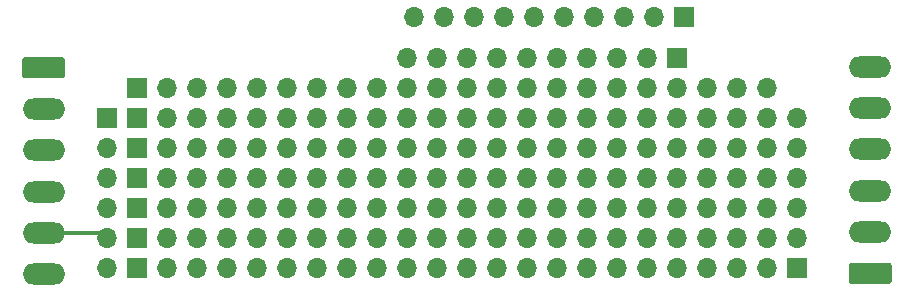
<source format=gbr>
G04 #@! TF.GenerationSoftware,KiCad,Pcbnew,(5.1.4)-1*
G04 #@! TF.CreationDate,2023-01-31T17:13:37+01:00*
G04 #@! TF.ProjectId,REG1-App-Universal,52454731-2d41-4707-902d-556e69766572,V00.10*
G04 #@! TF.SameCoordinates,Original*
G04 #@! TF.FileFunction,Copper,L2,Bot*
G04 #@! TF.FilePolarity,Positive*
%FSLAX46Y46*%
G04 Gerber Fmt 4.6, Leading zero omitted, Abs format (unit mm)*
G04 Created by KiCad (PCBNEW (5.1.4)-1) date 2023-01-31 17:13:37*
%MOMM*%
%LPD*%
G04 APERTURE LIST*
%ADD10O,1.700000X1.700000*%
%ADD11R,1.700000X1.700000*%
%ADD12O,3.600000X1.800000*%
%ADD13C,0.100000*%
%ADD14C,1.800000*%
%ADD15C,0.300000*%
G04 APERTURE END LIST*
D10*
X137780000Y-115560000D03*
X135240000Y-115560000D03*
X132700000Y-115560000D03*
X130160000Y-115560000D03*
X127620000Y-115560000D03*
X125080000Y-115560000D03*
X122540000Y-115560000D03*
X120000000Y-115560000D03*
X117460000Y-115560000D03*
X114920000Y-115560000D03*
X112380000Y-115560000D03*
X109840000Y-115560000D03*
X107300000Y-115560000D03*
X104760000Y-115560000D03*
X102220000Y-115560000D03*
X99680000Y-115560000D03*
X97140000Y-115560000D03*
X94600000Y-115560000D03*
X92060000Y-115560000D03*
X89520000Y-115560000D03*
X86980000Y-115560000D03*
D11*
X84440000Y-115560000D03*
D10*
X107300000Y-97780000D03*
X109840000Y-97780000D03*
X112380000Y-97780000D03*
X114920000Y-97780000D03*
X117460000Y-97780000D03*
X120000000Y-97780000D03*
X122540000Y-97780000D03*
X125080000Y-97780000D03*
X127620000Y-97780000D03*
D11*
X130160000Y-97780000D03*
D10*
X107900000Y-94300000D03*
X110440000Y-94300000D03*
X112980000Y-94300000D03*
X115520000Y-94300000D03*
X118060000Y-94300000D03*
X120600000Y-94300000D03*
X123140000Y-94300000D03*
X125680000Y-94300000D03*
X128220000Y-94300000D03*
D11*
X130760000Y-94300000D03*
D10*
X137780000Y-100320000D03*
X135240000Y-100320000D03*
X132700000Y-100320000D03*
X130160000Y-100320000D03*
X127620000Y-100320000D03*
X125080000Y-100320000D03*
X122540000Y-100320000D03*
X120000000Y-100320000D03*
X117460000Y-100320000D03*
X114920000Y-100320000D03*
X112380000Y-100320000D03*
X109840000Y-100320000D03*
X107300000Y-100320000D03*
X104760000Y-100320000D03*
X102220000Y-100320000D03*
X99680000Y-100320000D03*
X97140000Y-100320000D03*
X94600000Y-100320000D03*
X92060000Y-100320000D03*
X89520000Y-100320000D03*
X86980000Y-100320000D03*
D11*
X84440000Y-100320000D03*
D10*
X137780000Y-102860000D03*
X135240000Y-102860000D03*
X132700000Y-102860000D03*
X130160000Y-102860000D03*
X127620000Y-102860000D03*
X125080000Y-102860000D03*
X122540000Y-102860000D03*
X120000000Y-102860000D03*
X117460000Y-102860000D03*
X114920000Y-102860000D03*
X112380000Y-102860000D03*
X109840000Y-102860000D03*
X107300000Y-102860000D03*
X104760000Y-102860000D03*
X102220000Y-102860000D03*
X99680000Y-102860000D03*
X97140000Y-102860000D03*
X94600000Y-102860000D03*
X92060000Y-102860000D03*
X89520000Y-102860000D03*
X86980000Y-102860000D03*
D11*
X84440000Y-102860000D03*
D10*
X137780000Y-105400000D03*
X135240000Y-105400000D03*
X132700000Y-105400000D03*
X130160000Y-105400000D03*
X127620000Y-105400000D03*
X125080000Y-105400000D03*
X122540000Y-105400000D03*
X120000000Y-105400000D03*
X117460000Y-105400000D03*
X114920000Y-105400000D03*
X112380000Y-105400000D03*
X109840000Y-105400000D03*
X107300000Y-105400000D03*
X104760000Y-105400000D03*
X102220000Y-105400000D03*
X99680000Y-105400000D03*
X97140000Y-105400000D03*
X94600000Y-105400000D03*
X92060000Y-105400000D03*
X89520000Y-105400000D03*
X86980000Y-105400000D03*
D11*
X84440000Y-105400000D03*
D10*
X137780000Y-107940000D03*
X135240000Y-107940000D03*
X132700000Y-107940000D03*
X130160000Y-107940000D03*
X127620000Y-107940000D03*
X125080000Y-107940000D03*
X122540000Y-107940000D03*
X120000000Y-107940000D03*
X117460000Y-107940000D03*
X114920000Y-107940000D03*
X112380000Y-107940000D03*
X109840000Y-107940000D03*
X107300000Y-107940000D03*
X104760000Y-107940000D03*
X102220000Y-107940000D03*
X99680000Y-107940000D03*
X97140000Y-107940000D03*
X94600000Y-107940000D03*
X92060000Y-107940000D03*
X89520000Y-107940000D03*
X86980000Y-107940000D03*
D11*
X84440000Y-107940000D03*
D10*
X137780000Y-110480000D03*
X135240000Y-110480000D03*
X132700000Y-110480000D03*
X130160000Y-110480000D03*
X127620000Y-110480000D03*
X125080000Y-110480000D03*
X122540000Y-110480000D03*
X120000000Y-110480000D03*
X117460000Y-110480000D03*
X114920000Y-110480000D03*
X112380000Y-110480000D03*
X109840000Y-110480000D03*
X107300000Y-110480000D03*
X104760000Y-110480000D03*
X102220000Y-110480000D03*
X99680000Y-110480000D03*
X97140000Y-110480000D03*
X94600000Y-110480000D03*
X92060000Y-110480000D03*
X89520000Y-110480000D03*
X86980000Y-110480000D03*
D11*
X84440000Y-110480000D03*
D10*
X137780000Y-113020000D03*
X135240000Y-113020000D03*
X132700000Y-113020000D03*
X130160000Y-113020000D03*
X127620000Y-113020000D03*
X125080000Y-113020000D03*
X122540000Y-113020000D03*
X120000000Y-113020000D03*
X117460000Y-113020000D03*
X114920000Y-113020000D03*
X112380000Y-113020000D03*
X109840000Y-113020000D03*
X107300000Y-113020000D03*
X104760000Y-113020000D03*
X102220000Y-113020000D03*
X99680000Y-113020000D03*
X97140000Y-113020000D03*
X94600000Y-113020000D03*
X92060000Y-113020000D03*
X89520000Y-113020000D03*
X86980000Y-113020000D03*
D11*
X84440000Y-113020000D03*
D10*
X140320000Y-102860000D03*
X140320000Y-105400000D03*
X140320000Y-107940000D03*
X140320000Y-110480000D03*
X140320000Y-113020000D03*
D11*
X140320000Y-115560000D03*
D10*
X81900000Y-115560000D03*
X81900000Y-113020000D03*
X81900000Y-110480000D03*
X81900000Y-107940000D03*
X81900000Y-105400000D03*
D11*
X81900000Y-102860000D03*
D12*
X146500000Y-98500000D03*
X146500000Y-102000000D03*
X146500000Y-105500000D03*
X146500000Y-109000000D03*
X146500000Y-112500000D03*
D13*
G36*
X148074504Y-115101204D02*
G01*
X148098773Y-115104804D01*
X148122571Y-115110765D01*
X148145671Y-115119030D01*
X148167849Y-115129520D01*
X148188893Y-115142133D01*
X148208598Y-115156747D01*
X148226777Y-115173223D01*
X148243253Y-115191402D01*
X148257867Y-115211107D01*
X148270480Y-115232151D01*
X148280970Y-115254329D01*
X148289235Y-115277429D01*
X148295196Y-115301227D01*
X148298796Y-115325496D01*
X148300000Y-115350000D01*
X148300000Y-116650000D01*
X148298796Y-116674504D01*
X148295196Y-116698773D01*
X148289235Y-116722571D01*
X148280970Y-116745671D01*
X148270480Y-116767849D01*
X148257867Y-116788893D01*
X148243253Y-116808598D01*
X148226777Y-116826777D01*
X148208598Y-116843253D01*
X148188893Y-116857867D01*
X148167849Y-116870480D01*
X148145671Y-116880970D01*
X148122571Y-116889235D01*
X148098773Y-116895196D01*
X148074504Y-116898796D01*
X148050000Y-116900000D01*
X144950000Y-116900000D01*
X144925496Y-116898796D01*
X144901227Y-116895196D01*
X144877429Y-116889235D01*
X144854329Y-116880970D01*
X144832151Y-116870480D01*
X144811107Y-116857867D01*
X144791402Y-116843253D01*
X144773223Y-116826777D01*
X144756747Y-116808598D01*
X144742133Y-116788893D01*
X144729520Y-116767849D01*
X144719030Y-116745671D01*
X144710765Y-116722571D01*
X144704804Y-116698773D01*
X144701204Y-116674504D01*
X144700000Y-116650000D01*
X144700000Y-115350000D01*
X144701204Y-115325496D01*
X144704804Y-115301227D01*
X144710765Y-115277429D01*
X144719030Y-115254329D01*
X144729520Y-115232151D01*
X144742133Y-115211107D01*
X144756747Y-115191402D01*
X144773223Y-115173223D01*
X144791402Y-115156747D01*
X144811107Y-115142133D01*
X144832151Y-115129520D01*
X144854329Y-115119030D01*
X144877429Y-115110765D01*
X144901227Y-115104804D01*
X144925496Y-115101204D01*
X144950000Y-115100000D01*
X148050000Y-115100000D01*
X148074504Y-115101204D01*
X148074504Y-115101204D01*
G37*
D14*
X146500000Y-116000000D03*
D12*
X76500000Y-116100000D03*
X76500000Y-112600000D03*
X76500000Y-109100000D03*
X76500000Y-105600000D03*
X76500000Y-102100000D03*
D13*
G36*
X78074504Y-97701204D02*
G01*
X78098773Y-97704804D01*
X78122571Y-97710765D01*
X78145671Y-97719030D01*
X78167849Y-97729520D01*
X78188893Y-97742133D01*
X78208598Y-97756747D01*
X78226777Y-97773223D01*
X78243253Y-97791402D01*
X78257867Y-97811107D01*
X78270480Y-97832151D01*
X78280970Y-97854329D01*
X78289235Y-97877429D01*
X78295196Y-97901227D01*
X78298796Y-97925496D01*
X78300000Y-97950000D01*
X78300000Y-99250000D01*
X78298796Y-99274504D01*
X78295196Y-99298773D01*
X78289235Y-99322571D01*
X78280970Y-99345671D01*
X78270480Y-99367849D01*
X78257867Y-99388893D01*
X78243253Y-99408598D01*
X78226777Y-99426777D01*
X78208598Y-99443253D01*
X78188893Y-99457867D01*
X78167849Y-99470480D01*
X78145671Y-99480970D01*
X78122571Y-99489235D01*
X78098773Y-99495196D01*
X78074504Y-99498796D01*
X78050000Y-99500000D01*
X74950000Y-99500000D01*
X74925496Y-99498796D01*
X74901227Y-99495196D01*
X74877429Y-99489235D01*
X74854329Y-99480970D01*
X74832151Y-99470480D01*
X74811107Y-99457867D01*
X74791402Y-99443253D01*
X74773223Y-99426777D01*
X74756747Y-99408598D01*
X74742133Y-99388893D01*
X74729520Y-99367849D01*
X74719030Y-99345671D01*
X74710765Y-99322571D01*
X74704804Y-99298773D01*
X74701204Y-99274504D01*
X74700000Y-99250000D01*
X74700000Y-97950000D01*
X74701204Y-97925496D01*
X74704804Y-97901227D01*
X74710765Y-97877429D01*
X74719030Y-97854329D01*
X74729520Y-97832151D01*
X74742133Y-97811107D01*
X74756747Y-97791402D01*
X74773223Y-97773223D01*
X74791402Y-97756747D01*
X74811107Y-97742133D01*
X74832151Y-97729520D01*
X74854329Y-97719030D01*
X74877429Y-97710765D01*
X74901227Y-97704804D01*
X74925496Y-97701204D01*
X74950000Y-97700000D01*
X78050000Y-97700000D01*
X78074504Y-97701204D01*
X78074504Y-97701204D01*
G37*
D14*
X76500000Y-98600000D03*
D15*
X81480000Y-112600000D02*
X81900000Y-113020000D01*
X76500000Y-112600000D02*
X81480000Y-112600000D01*
M02*

</source>
